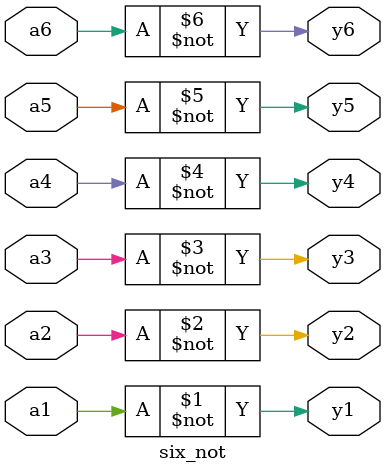
<source format=v>
`timescale 1ns / 1ps

module six_not #(parameter DELAY = 10)(
    input wire a1,a2,a3,a4,a5,a6,
    output wire y1,y2,y3,y4,y5,y6
    );
    
    not #DELAY (y1,a1);
    not #DELAY (y2,a2);
    not #DELAY (y3,a3);
    not #DELAY (y4,a4);
    not #DELAY (y5,a5);
    not #DELAY (y6,a6);
    
endmodule
</source>
